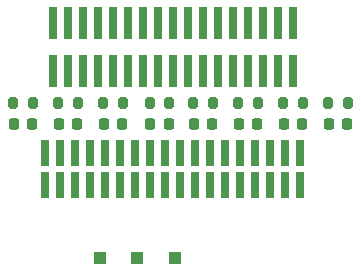
<source format=gbr>
%TF.GenerationSoftware,KiCad,Pcbnew,7.0.10-7.0.10~ubuntu22.04.1*%
%TF.CreationDate,2024-01-03T10:10:25-05:00*%
%TF.ProjectId,readout-splitter,72656164-6f75-4742-9d73-706c69747465,rev?*%
%TF.SameCoordinates,Original*%
%TF.FileFunction,Soldermask,Top*%
%TF.FilePolarity,Negative*%
%FSLAX46Y46*%
G04 Gerber Fmt 4.6, Leading zero omitted, Abs format (unit mm)*
G04 Created by KiCad (PCBNEW 7.0.10-7.0.10~ubuntu22.04.1) date 2024-01-03 10:10:25*
%MOMM*%
%LPD*%
G01*
G04 APERTURE LIST*
G04 Aperture macros list*
%AMRoundRect*
0 Rectangle with rounded corners*
0 $1 Rounding radius*
0 $2 $3 $4 $5 $6 $7 $8 $9 X,Y pos of 4 corners*
0 Add a 4 corners polygon primitive as box body*
4,1,4,$2,$3,$4,$5,$6,$7,$8,$9,$2,$3,0*
0 Add four circle primitives for the rounded corners*
1,1,$1+$1,$2,$3*
1,1,$1+$1,$4,$5*
1,1,$1+$1,$6,$7*
1,1,$1+$1,$8,$9*
0 Add four rect primitives between the rounded corners*
20,1,$1+$1,$2,$3,$4,$5,0*
20,1,$1+$1,$4,$5,$6,$7,0*
20,1,$1+$1,$6,$7,$8,$9,0*
20,1,$1+$1,$8,$9,$2,$3,0*%
G04 Aperture macros list end*
%ADD10R,0.736600X2.794000*%
%ADD11RoundRect,0.225000X0.225000X0.250000X-0.225000X0.250000X-0.225000X-0.250000X0.225000X-0.250000X0*%
%ADD12RoundRect,0.200000X-0.200000X-0.275000X0.200000X-0.275000X0.200000X0.275000X-0.200000X0.275000X0*%
%ADD13R,1.000000X1.000000*%
%ADD14R,0.740000X2.220000*%
G04 APERTURE END LIST*
D10*
%TO.C,J4*%
X45582000Y-33124000D03*
X45582000Y-37188000D03*
X44312000Y-33124000D03*
X44312000Y-37188000D03*
X43042000Y-33124000D03*
X43042000Y-37188000D03*
X41772000Y-33124000D03*
X41772000Y-37188000D03*
X40502000Y-33124000D03*
X40502000Y-37188000D03*
X39232000Y-33124000D03*
X39232000Y-37188000D03*
X37962000Y-33124000D03*
X37962000Y-37188000D03*
X36692000Y-33124000D03*
X36692000Y-37188000D03*
X35422000Y-33124000D03*
X35422000Y-37188000D03*
X34152000Y-33124000D03*
X34152000Y-37188000D03*
X32882000Y-33124000D03*
X32882000Y-37188000D03*
X31612000Y-33124000D03*
X31612000Y-37188000D03*
X30342000Y-33124000D03*
X30342000Y-37188000D03*
X29072000Y-33124000D03*
X29072000Y-37188000D03*
X27802000Y-33124000D03*
X27802000Y-37188000D03*
X26532000Y-33124000D03*
X26532000Y-37188000D03*
X25262000Y-33124000D03*
X25262000Y-37188000D03*
%TD*%
D11*
%TO.C,C33*%
X50215000Y-41694000D03*
X48665000Y-41694000D03*
%TD*%
%TO.C,C35*%
X42595000Y-41694000D03*
X41045000Y-41694000D03*
%TD*%
%TO.C,C40*%
X23545000Y-41694000D03*
X21995000Y-41694000D03*
%TD*%
%TO.C,C38*%
X31165000Y-41694000D03*
X29615000Y-41694000D03*
%TD*%
D12*
%TO.C,R20*%
X37185000Y-39916000D03*
X38835000Y-39916000D03*
%TD*%
%TO.C,R21*%
X33502000Y-39916000D03*
X35152000Y-39916000D03*
%TD*%
D13*
%TO.C,J3*%
X35597000Y-52997000D03*
%TD*%
D12*
%TO.C,R19*%
X40995000Y-39916000D03*
X42645000Y-39916000D03*
%TD*%
D13*
%TO.C,J1*%
X29247000Y-52997000D03*
%TD*%
D12*
%TO.C,R17*%
X48615000Y-39916000D03*
X50265000Y-39916000D03*
%TD*%
%TO.C,R18*%
X44805000Y-39916000D03*
X46455000Y-39916000D03*
%TD*%
%TO.C,R23*%
X25755000Y-39916000D03*
X27405000Y-39916000D03*
%TD*%
D11*
%TO.C,C36*%
X38785000Y-41694000D03*
X37235000Y-41694000D03*
%TD*%
D12*
%TO.C,R22*%
X29565000Y-39916000D03*
X31215000Y-39916000D03*
%TD*%
D11*
%TO.C,C37*%
X35102000Y-41694000D03*
X33552000Y-41694000D03*
%TD*%
%TO.C,C34*%
X46418000Y-41694000D03*
X44868000Y-41694000D03*
%TD*%
D13*
%TO.C,J2*%
X32422000Y-52997000D03*
%TD*%
D11*
%TO.C,C39*%
X27355000Y-41694000D03*
X25805000Y-41694000D03*
%TD*%
D14*
%TO.C,J5*%
X46217000Y-46826800D03*
X46217000Y-44096800D03*
X44947000Y-46826800D03*
X44947000Y-44096800D03*
X43677000Y-46826800D03*
X43677000Y-44096800D03*
X42407000Y-46826800D03*
X42407000Y-44096800D03*
X41137000Y-46826800D03*
X41137000Y-44096800D03*
X39867000Y-46826800D03*
X39867000Y-44096800D03*
X38597000Y-46826800D03*
X38597000Y-44096800D03*
X37327000Y-46826800D03*
X37327000Y-44096800D03*
X36057000Y-46826800D03*
X36057000Y-44096800D03*
X34787000Y-46826800D03*
X34787000Y-44096800D03*
X33517000Y-46826800D03*
X33517000Y-44096800D03*
X32247000Y-46826800D03*
X32247000Y-44096800D03*
X30977000Y-46826800D03*
X30977000Y-44096800D03*
X29707000Y-46826800D03*
X29707000Y-44096800D03*
X28437000Y-46826800D03*
X28437000Y-44096800D03*
X27167000Y-46826800D03*
X27167000Y-44096800D03*
X25897000Y-46826800D03*
X25897000Y-44096800D03*
X24627000Y-46826800D03*
X24627000Y-44096800D03*
%TD*%
D12*
%TO.C,R24*%
X21945000Y-39916000D03*
X23595000Y-39916000D03*
%TD*%
M02*

</source>
